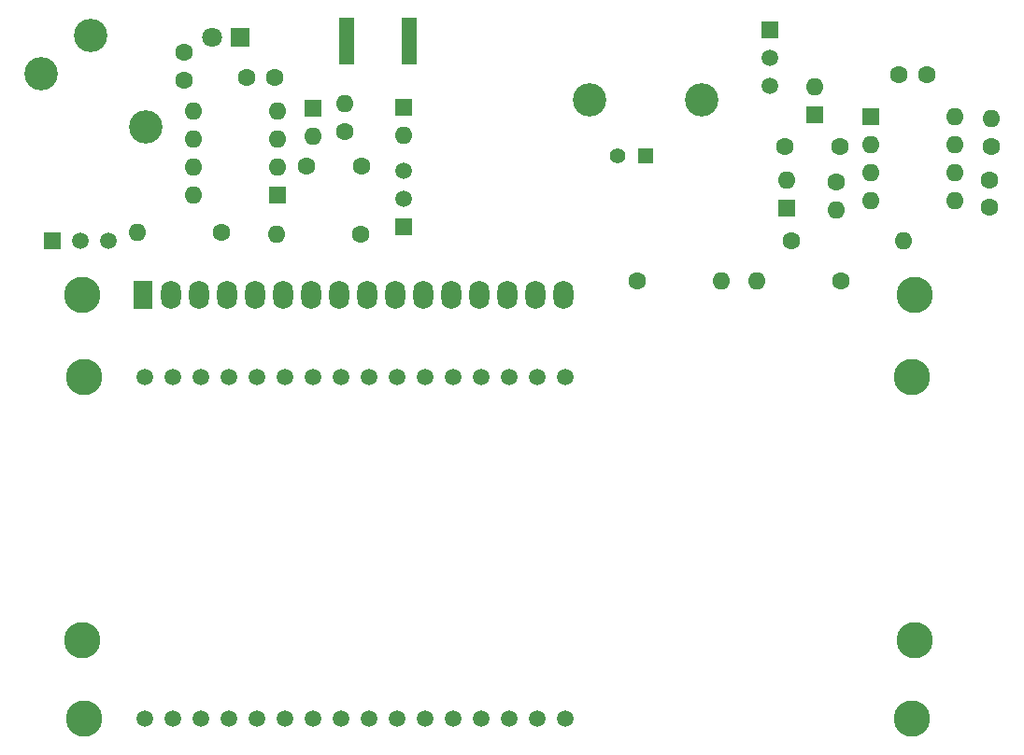
<source format=gbr>
%TF.GenerationSoftware,KiCad,Pcbnew,(6.0.7)*%
%TF.CreationDate,2022-12-07T12:16:08-08:00*%
%TF.ProjectId,TR interface,54522069-6e74-4657-9266-6163652e6b69,rev?*%
%TF.SameCoordinates,Original*%
%TF.FileFunction,Soldermask,Bot*%
%TF.FilePolarity,Negative*%
%FSLAX46Y46*%
G04 Gerber Fmt 4.6, Leading zero omitted, Abs format (unit mm)*
G04 Created by KiCad (PCBNEW (6.0.7)) date 2022-12-07 12:16:08*
%MOMM*%
%LPD*%
G01*
G04 APERTURE LIST*
%ADD10C,3.016000*%
%ADD11R,1.600000X1.600000*%
%ADD12O,1.600000X1.600000*%
%ADD13C,3.300000*%
%ADD14R,1.800000X2.600000*%
%ADD15O,1.800000X2.600000*%
%ADD16C,1.600000*%
%ADD17R,1.500000X1.500000*%
%ADD18C,1.500000*%
%ADD19R,1.398000X1.398000*%
%ADD20C,1.398000*%
%ADD21C,3.015000*%
%ADD22R,1.350000X4.200000*%
%ADD23R,1.800000X1.800000*%
%ADD24C,1.800000*%
G04 APERTURE END LIST*
D10*
%TO.C,J5*%
X39382100Y-23400000D03*
X34882100Y-26900000D03*
X44382100Y-31700000D03*
%TD*%
D11*
%TO.C,D1*%
X59500000Y-30000000D03*
D12*
X59500000Y-32540000D03*
%TD*%
D13*
%TO.C,J1*%
X114049480Y-78300700D03*
X38650900Y-46900000D03*
X114050000Y-46900000D03*
X38650900Y-78300700D03*
D14*
X44150000Y-46900000D03*
D15*
X46690000Y-46900000D03*
X49230000Y-46900000D03*
X51770000Y-46900000D03*
X54310000Y-46900000D03*
X56850000Y-46900000D03*
X59390000Y-46900000D03*
X61930000Y-46900000D03*
X64470000Y-46900000D03*
X67010000Y-46900000D03*
X69550000Y-46900000D03*
X72090000Y-46900000D03*
X74630000Y-46900000D03*
X77170000Y-46900000D03*
X79710000Y-46900000D03*
X82250000Y-46900000D03*
%TD*%
D16*
%TO.C,R1*%
X107360000Y-45700000D03*
D12*
X99740000Y-45700000D03*
%TD*%
D11*
%TO.C,D2*%
X102450000Y-39050000D03*
D12*
X102450000Y-36510000D03*
%TD*%
D16*
%TO.C,R7*%
X63860000Y-41450000D03*
D12*
X56240000Y-41450000D03*
%TD*%
D17*
%TO.C,Q1*%
X35910000Y-42040000D03*
D18*
X38450000Y-42040000D03*
X40990000Y-42040000D03*
%TD*%
D16*
%TO.C,R3*%
X106900000Y-36700000D03*
D12*
X106900000Y-39240000D03*
%TD*%
D11*
%TO.C,D5*%
X105000000Y-30640000D03*
D12*
X105000000Y-28100000D03*
%TD*%
D16*
%TO.C,C4*%
X120800000Y-39000000D03*
X120800000Y-36500000D03*
%TD*%
D11*
%TO.C,D4*%
X67700000Y-29935686D03*
D12*
X67700000Y-32475686D03*
%TD*%
D17*
%TO.C,Q3*%
X100890000Y-22860000D03*
D18*
X100890000Y-25400000D03*
X100890000Y-27940000D03*
%TD*%
D17*
%TO.C,Q2*%
X67750000Y-40750000D03*
D18*
X67750000Y-38210000D03*
X67750000Y-35670000D03*
%TD*%
D16*
%TO.C,R4*%
X51200000Y-41250000D03*
D12*
X43580000Y-41250000D03*
%TD*%
D16*
%TO.C,C3*%
X47850000Y-24950000D03*
X47850000Y-27450000D03*
%TD*%
%TO.C,R2*%
X62400000Y-32145000D03*
D12*
X62400000Y-29605000D03*
%TD*%
D11*
%TO.C,U2*%
X110050000Y-30750000D03*
D12*
X110050000Y-33290000D03*
X110050000Y-35830000D03*
X110050000Y-38370000D03*
X117670000Y-38370000D03*
X117670000Y-35830000D03*
X117670000Y-33290000D03*
X117670000Y-30750000D03*
%TD*%
D19*
%TO.C,J3*%
X89650000Y-34341500D03*
D20*
X87110000Y-34341500D03*
D21*
X84570000Y-29261500D03*
X94730000Y-29261500D03*
%TD*%
D16*
%TO.C,R8*%
X102870000Y-42050000D03*
D12*
X113030000Y-42050000D03*
%TD*%
D16*
%TO.C,R5*%
X121000000Y-33495000D03*
D12*
X121000000Y-30955000D03*
%TD*%
D16*
%TO.C,C1*%
X63950000Y-35250000D03*
X58950000Y-35250000D03*
%TD*%
D22*
%TO.C,J4*%
X62575000Y-23900000D03*
X68225000Y-23900000D03*
%TD*%
D23*
%TO.C,D3*%
X52925000Y-23600000D03*
D24*
X50385000Y-23600000D03*
%TD*%
D18*
%TO.C,DS1*%
X44300000Y-85400000D03*
X46840000Y-85400000D03*
X49380000Y-85400000D03*
X51920000Y-85400000D03*
X54460000Y-85400000D03*
X57000000Y-85400000D03*
X59540000Y-85400000D03*
X62080000Y-85400000D03*
X64620000Y-85400000D03*
X67160000Y-85400000D03*
X69700000Y-85400000D03*
X72240000Y-85400000D03*
X74780000Y-85400000D03*
X77320000Y-85400000D03*
X79860000Y-85400000D03*
X82400000Y-85400000D03*
X44300000Y-54400000D03*
X46840000Y-54400000D03*
X49380000Y-54400000D03*
X51920000Y-54400000D03*
X54460000Y-54400000D03*
X57000000Y-54400000D03*
X59540000Y-54400000D03*
X62080000Y-54400000D03*
X64620000Y-54400000D03*
X67160000Y-54400000D03*
X69700000Y-54400000D03*
X72240000Y-54400000D03*
X74780000Y-54400000D03*
X77320000Y-54400000D03*
X79860000Y-54400000D03*
X82400000Y-54400000D03*
D13*
X38800000Y-85400000D03*
X38800000Y-54400000D03*
X113800000Y-54400000D03*
X113800000Y-85400000D03*
%TD*%
D16*
%TO.C,R6*%
X88890000Y-45700000D03*
D12*
X96510000Y-45700000D03*
%TD*%
D16*
%TO.C,C6*%
X112650000Y-26950000D03*
X115150000Y-26950000D03*
%TD*%
D11*
%TO.C,U1*%
X56300000Y-37850000D03*
D12*
X56300000Y-35310000D03*
X56300000Y-32770000D03*
X56300000Y-30230000D03*
X48680000Y-30230000D03*
X48680000Y-32770000D03*
X48680000Y-35310000D03*
X48680000Y-37850000D03*
%TD*%
D16*
%TO.C,C5*%
X53550000Y-27250000D03*
X56050000Y-27250000D03*
%TD*%
%TO.C,C2*%
X102250000Y-33500000D03*
X107250000Y-33500000D03*
%TD*%
M02*

</source>
